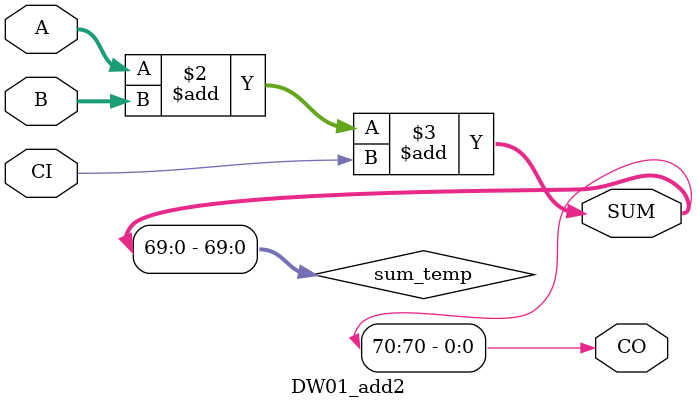
<source format=v>
module DW01_add2 (A,B,CI,SUM,CO);
  parameter width=71;
  output [width-1 : 0] SUM;
  output CO;
  input [width-1 : 0] A;
  input [width-1 : 0] B;
  input CI;
  wire [width-1 : 0] SUM;
  reg [width-2 : 0] sum_temp;
  reg CO;
  assign SUM = {CO, sum_temp};
always @(A or B or CI)
  begin
    {CO, sum_temp} = A+B+CI;
  end
endmodule
</source>
